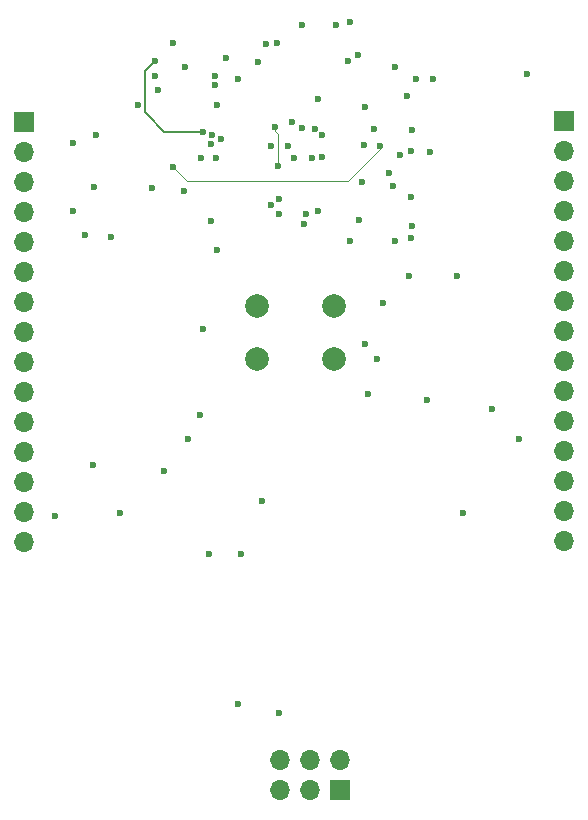
<source format=gbr>
%TF.GenerationSoftware,KiCad,Pcbnew,9.0.0*%
%TF.CreationDate,2025-04-07T20:23:24+05:30*%
%TF.ProjectId,arduino nano clone,61726475-696e-46f2-906e-616e6f20636c,rev?*%
%TF.SameCoordinates,Original*%
%TF.FileFunction,Copper,L5,Inr*%
%TF.FilePolarity,Positive*%
%FSLAX46Y46*%
G04 Gerber Fmt 4.6, Leading zero omitted, Abs format (unit mm)*
G04 Created by KiCad (PCBNEW 9.0.0) date 2025-04-07 20:23:24*
%MOMM*%
%LPD*%
G01*
G04 APERTURE LIST*
%TA.AperFunction,ComponentPad*%
%ADD10R,1.700000X1.700000*%
%TD*%
%TA.AperFunction,ComponentPad*%
%ADD11O,1.700000X1.700000*%
%TD*%
%TA.AperFunction,ComponentPad*%
%ADD12C,2.000000*%
%TD*%
%TA.AperFunction,ViaPad*%
%ADD13C,0.600000*%
%TD*%
%TA.AperFunction,Conductor*%
%ADD14C,0.200000*%
%TD*%
%TA.AperFunction,Conductor*%
%ADD15C,0.100000*%
%TD*%
G04 APERTURE END LIST*
D10*
%TO.N,/D1{slash}TX*%
%TO.C,J3*%
X176377380Y-73380000D03*
D11*
%TO.N,/D0{slash}RX*%
X176377380Y-75920000D03*
%TO.N,/RESET*%
X176377380Y-78460000D03*
%TO.N,GND*%
X176377380Y-81000000D03*
%TO.N,/D2*%
X176377380Y-83540000D03*
%TO.N,/D3*%
X176377380Y-86080000D03*
%TO.N,/D4*%
X176377380Y-88620000D03*
%TO.N,/D5*%
X176377380Y-91160000D03*
%TO.N,/D6*%
X176377380Y-93700000D03*
%TO.N,/D7*%
X176377380Y-96240000D03*
%TO.N,/D8*%
X176377380Y-98780000D03*
%TO.N,/D9*%
X176377380Y-101320000D03*
%TO.N,/D10*%
X176377380Y-103860000D03*
%TO.N,/D11{slash}MOSI*%
X176377380Y-106400000D03*
%TO.N,/D12{slash}MISO*%
X176377380Y-108940000D03*
%TD*%
D10*
%TO.N,VCC*%
%TO.C,J4*%
X130627380Y-73420000D03*
D11*
%TO.N,GND*%
X130627380Y-75960000D03*
%TO.N,/RESET*%
X130627380Y-78500000D03*
%TO.N,+5V*%
X130627380Y-81040000D03*
%TO.N,/A7*%
X130627380Y-83580000D03*
%TO.N,/A6*%
X130627380Y-86120000D03*
%TO.N,/A5*%
X130627380Y-88660000D03*
%TO.N,/A4*%
X130627380Y-91200000D03*
%TO.N,/A3*%
X130627380Y-93740000D03*
%TO.N,/A2*%
X130627380Y-96280000D03*
%TO.N,/A1*%
X130627380Y-98820000D03*
%TO.N,/A0*%
X130627380Y-101360000D03*
%TO.N,/AREF*%
X130627380Y-103900000D03*
%TO.N,+3V3*%
X130627380Y-106440000D03*
%TO.N,/D13{slash}SCK*%
X130627380Y-108980000D03*
%TD*%
D10*
%TO.N,/D12{slash}MISO*%
%TO.C,J2*%
X157402380Y-130025000D03*
D11*
%TO.N,+5V*%
X157402380Y-127485000D03*
%TO.N,/D13{slash}SCK*%
X154862380Y-130025000D03*
%TO.N,/D11{slash}MOSI*%
X154862380Y-127485000D03*
%TO.N,/RESET*%
X152322380Y-130025000D03*
%TO.N,GND*%
X152322380Y-127485000D03*
%TD*%
D12*
%TO.N,Net-(U1-~{RESET}{slash}PC6)*%
%TO.C,SW1*%
X156877380Y-89000000D03*
X150377380Y-89000000D03*
%TO.N,GND*%
X156877380Y-93500000D03*
X150377380Y-93500000D03*
%TD*%
D13*
%TO.N,*%
X162450000Y-76200000D03*
X136560000Y-78940000D03*
X163450000Y-74150000D03*
X141450000Y-79000000D03*
%TO.N,GND*%
X150754760Y-105500000D03*
X145504760Y-98250000D03*
X159480000Y-72190000D03*
X158254760Y-83500000D03*
X163379178Y-75876996D03*
X170254760Y-97750000D03*
X145600000Y-76440000D03*
%TO.N,/AREF*%
X155852378Y-76370000D03*
X163504760Y-82250000D03*
%TO.N,Net-(U1-XTAL2{slash}PB7)*%
X155004760Y-76500000D03*
X136754760Y-74500000D03*
%TO.N,Net-(U1-XTAL1{slash}PB6)*%
X140254760Y-72000000D03*
X161504760Y-77750000D03*
X159254760Y-78500000D03*
%TO.N,+5V*%
X137960000Y-83200000D03*
X136504760Y-102500000D03*
X147310000Y-74840000D03*
X165270000Y-69810000D03*
X159399791Y-75366031D03*
X153494760Y-76480000D03*
X149004760Y-110000000D03*
X164754760Y-97000000D03*
X146254760Y-110000000D03*
X163780000Y-69810000D03*
%TO.N,Net-(U3-DTR)*%
X141754760Y-68250000D03*
X145754760Y-74250000D03*
%TO.N,Net-(D4-A)*%
X167254760Y-86500000D03*
X163254760Y-86500000D03*
X161004760Y-88750000D03*
%TO.N,VCC*%
X148754760Y-122750000D03*
X134754760Y-75250000D03*
X133254760Y-106750000D03*
X134754760Y-81000000D03*
X154127380Y-65250000D03*
X152254760Y-123500000D03*
X135754760Y-83000000D03*
%TO.N,Net-(J1-D+)*%
X162004760Y-83500000D03*
X157004760Y-65250000D03*
%TO.N,Net-(J1-ID)*%
X163424760Y-79790000D03*
X154354760Y-82050000D03*
X159014760Y-81750000D03*
X161834760Y-78840000D03*
X158254760Y-65000000D03*
X163374760Y-83280000D03*
%TO.N,/D12{slash}MISO*%
X146882281Y-76482719D03*
%TO.N,/D13{slash}SCK*%
X146442939Y-75325001D03*
%TO.N,/D11{slash}MOSI*%
X159504760Y-92250000D03*
X167754760Y-106500000D03*
X160504760Y-93500000D03*
X159754760Y-96500000D03*
X147004760Y-84250000D03*
X153004760Y-75500000D03*
%TO.N,/D8*%
X151504760Y-80500000D03*
%TO.N,/D4*%
X155852378Y-74560000D03*
X158055760Y-68301000D03*
%TO.N,/D3*%
X160254760Y-74000000D03*
X155254760Y-74000000D03*
%TO.N,/D0{slash}RX*%
X151084760Y-66820000D03*
X158877380Y-67750000D03*
%TO.N,/D7*%
X145754760Y-91000000D03*
X172504760Y-100250000D03*
X152254760Y-81250000D03*
%TO.N,/D6*%
X154504760Y-81250000D03*
%TO.N,/D2*%
X155504760Y-71500000D03*
X163090000Y-71249000D03*
%TO.N,/D9*%
X151504760Y-75500000D03*
%TO.N,/D1{slash}TX*%
X152004760Y-66750000D03*
X162004760Y-68750000D03*
%TO.N,/D10*%
X152174760Y-79920000D03*
X146414760Y-81840000D03*
X144204760Y-79260000D03*
%TO.N,/D5*%
X155504760Y-81000000D03*
%TO.N,/A0*%
X147004760Y-72000000D03*
%TO.N,/A1*%
X146754760Y-70300003D03*
%TO.N,/A6*%
X146554762Y-74499000D03*
%TO.N,/A3*%
X141754760Y-69500000D03*
X146754760Y-69500000D03*
%TO.N,/A2*%
X148754760Y-69750000D03*
X143254760Y-66750000D03*
%TO.N,/A4*%
X150424760Y-68330000D03*
%TO.N,/A7*%
X152134760Y-77200000D03*
X151894760Y-73860000D03*
%TO.N,/A5*%
X153354760Y-73410000D03*
%TO.N,Net-(U1-~{RESET}{slash}PC6)*%
X144504760Y-100250000D03*
X154153760Y-73960000D03*
X147754760Y-68000000D03*
X144254760Y-68750000D03*
X142504760Y-103000000D03*
%TO.N,/RX*%
X142004760Y-70750000D03*
X138754760Y-106500000D03*
%TO.N,/TX*%
X143254760Y-77250000D03*
X160805760Y-75449000D03*
%TO.N,Net-(U3-CBUS0)*%
X173184760Y-69360000D03*
%TO.N,Net-(U3-CBUS1)*%
X165004760Y-76000000D03*
%TD*%
D14*
%TO.N,Net-(U3-DTR)*%
X141004760Y-72750000D02*
X142504760Y-74250000D01*
X140855760Y-69149000D02*
X140855760Y-72601000D01*
X141754760Y-68250000D02*
X140855760Y-69149000D01*
X142504760Y-74250000D02*
X145504760Y-74250000D01*
X140855760Y-72601000D02*
X141004760Y-72750000D01*
D15*
%TO.N,/A7*%
X152134760Y-77200000D02*
X152134760Y-74450000D01*
X152134760Y-74450000D02*
X151884760Y-74200000D01*
X151884760Y-74200000D02*
X151884760Y-73870000D01*
X151884760Y-73870000D02*
X151894760Y-73860000D01*
%TO.N,/TX*%
X144453760Y-78449000D02*
X143254760Y-77250000D01*
X160805760Y-75714240D02*
X158071000Y-78449000D01*
X160805760Y-75449000D02*
X160805760Y-75714240D01*
X158071000Y-78449000D02*
X144453760Y-78449000D01*
%TD*%
M02*

</source>
